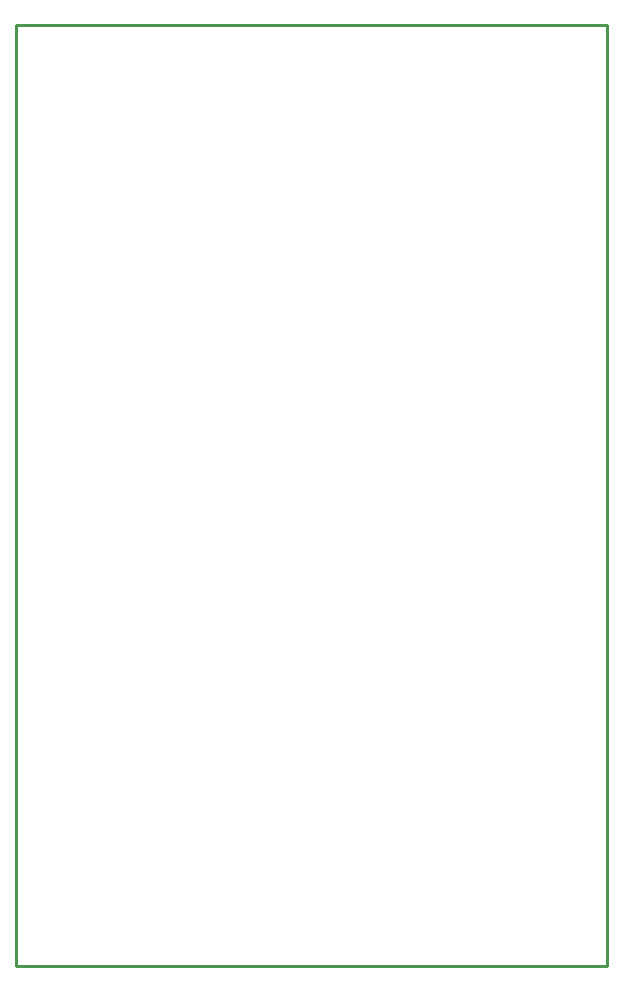
<source format=gko>
G04 Layer: BoardOutlineLayer*
G04 EasyEDA v6.5.5, 2022-07-12 11:33:07*
G04 f1e15a90033e4b75946299fcb03ef411,10*
G04 Gerber Generator version 0.2*
G04 Scale: 100 percent, Rotated: No, Reflected: No *
G04 Dimensions in millimeters *
G04 leading zeros omitted , absolute positions ,4 integer and 5 decimal *
%FSLAX45Y45*%
%MOMM*%

%ADD10C,0.2540*%
D10*
X700023Y9400031D02*
G01*
X5700013Y9400031D01*
X5700013Y1435100D01*
X700023Y1435100D01*
X700023Y9400031D01*

%LPD*%
M02*

</source>
